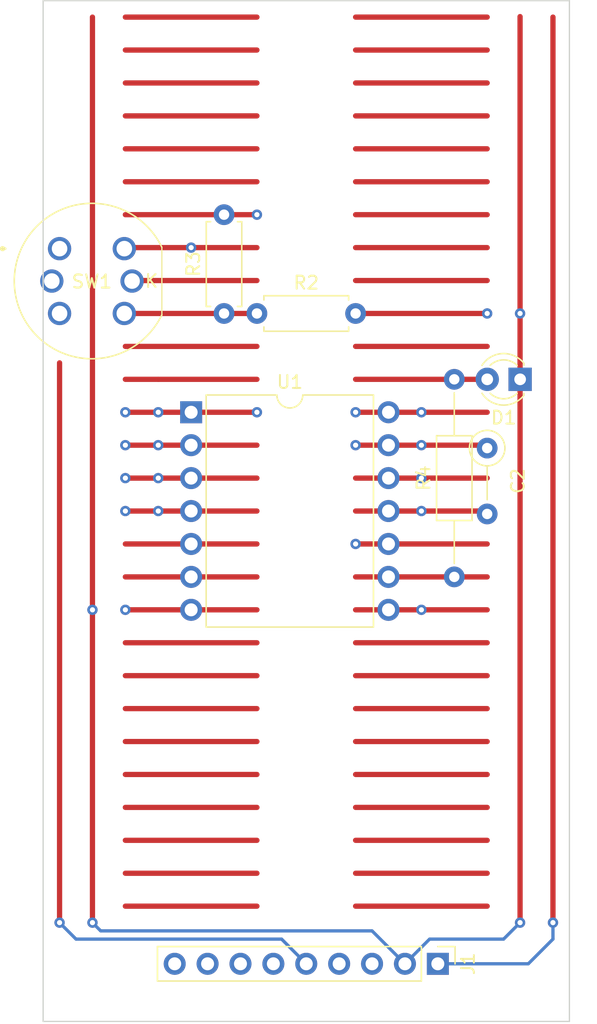
<source format=kicad_pcb>
(kicad_pcb (version 20221018) (generator pcbnew)
  (title_block (title "Flip-Flop Test") (date "2021-10-06") (rev "1.0") (company "Len Popp") (comment 1 "Copyright © 2023 Len Popp CC BY") (comment 2 "Layout design for my custom Eurorack breadboard prototyping module"))
  (layers (0 "F.Cu" signal) (1 "In1.Cu" jumper "Wire1.Cu") (2 "In2.Cu" jumper "Wire2.Cu") (3 "In3.Cu" jumper "Wire3.Cu") (4 "In4.Cu" jumper "Wire4.Cu") (31 "B.Cu" signal) (34 "B.Paste" user) (35 "F.Paste" user) (36 "B.SilkS" user "B.Silkscreen") (37 "F.SilkS" user "F.Silkscreen") (38 "B.Mask" user) (39 "F.Mask" user) (44 "Edge.Cuts" user))
  (net 0 "")
  (net 1 "+12V")
  (net 2 "GND")
  (net 3 "-12V")
  (net 4 "+5V")
  (net 5 "BUS-GATE")
  (net 6 "BUS-CV")
  (net 7 "Net-(U1B-C)")
  (net 8 "IN-OUT-1")
  (net 9 "IN-OUT-2")
  (net 10 "Net-(U1B-Q)")
  (net 11 "Net-(D1-A)")
  (net 13 "Net-(R2-Pad1)")
  (net 14 "Net-(U1B-D)")
  (net 18 "unconnected-(SW1-K-Pad6)")
  (net 19 "unconnected-(U1A-~{Q}-Pad6)")
  (net 20 "unconnected-(U1A-Q-Pad5)")
  (footprint "Connector_PinHeader_2.54mm:PinHeader_1x09_P2.54mm_Vertical" (layer "F.Cu") (at 113.03 98.425 -90)
    (fp_text reference "J1" (at 0 -2.33 90) (layer "F.SilkS"))
    (fp_text value "Conn_01x09")
    (fp_line (start -1.33 -1.33) (end 0 -1.33) (stroke (width 0.12)) (layer "F.SilkS"))
    (fp_line (start -1.33 0) (end -1.33 -1.33) (stroke (width 0.12)) (layer "F.SilkS"))
    (fp_line (start -1.33 1.27) (end -1.33 21.65) (stroke (width 0.12)) (layer "F.SilkS"))
    (fp_line (start -1.33 1.27) (end 1.33 1.27) (stroke (width 0.12)) (layer "F.SilkS"))
    (fp_line (start -1.33 21.65) (end 1.33 21.65) (stroke (width 0.12)) (layer "F.SilkS"))
    (fp_line (start 1.33 1.27) (end 1.33 21.65) (stroke (width 0.12)) (layer "F.SilkS"))
    (pad "1" thru_hole rect (at 0 0 270) (size 1.7 1.7) (drill 1) (layers "*.Cu" "*.Mask") (net 3 "-12V"))
    (pad "2" thru_hole oval (at 0 2.54 270) (size 1.7 1.7) (drill 1) (layers "*.Cu" "*.Mask") (net 2 "GND"))
    (pad "3" thru_hole oval (at 0 5.08 270) (size 1.7 1.7) (drill 1) (layers "*.Cu" "*.Mask") (net 9 "IN-OUT-2"))
    (pad "4" thru_hole oval (at 0 7.62 270) (size 1.7 1.7) (drill 1) (layers "*.Cu" "*.Mask") (net 8 "IN-OUT-1"))
    (pad "5" thru_hole oval (at 0 10.16 270) (size 1.7 1.7) (drill 1) (layers "*.Cu" "*.Mask") (net 1 "+12V"))
    (pad "6" thru_hole oval (at 0 12.7 270) (size 1.7 1.7) (drill 1) (layers "*.Cu" "*.Mask"))
    (pad "7" thru_hole oval (at 0 15.24 270) (size 1.7 1.7) (drill 1) (layers "*.Cu" "*.Mask") (net 4 "+5V"))
    (pad "8" thru_hole oval (at 0 17.78 270) (size 1.7 1.7) (drill 1) (layers "*.Cu" "*.Mask") (net 6 "BUS-CV"))
    (pad "9" thru_hole oval (at 0 20.32 270) (size 1.7 1.7) (drill 1) (layers "*.Cu" "*.Mask") (net 5 "BUS-GATE"))
  )
  (footprint "-lmp-misc:R_Axial_DIN0207_L6.3mm_D2.5mm_P7.62mm_Horizontal" (layer "F.Cu") (at 96.52 48.26 90)
    (fp_text reference "R3" (at 3.81 -2.37 90) (layer "F.SilkS"))
    (fp_text value "10K")
    (fp_line (start 0.54 -1.37) (end 7.08 -1.37) (stroke (width 0.12)) (layer "F.SilkS"))
    (fp_line (start 0.54 -1.04) (end 0.54 -1.37) (stroke (width 0.12)) (layer "F.SilkS"))
    (fp_line (start 0.54 1.04) (end 0.54 1.37) (stroke (width 0.12)) (layer "F.SilkS"))
    (fp_line (start 0.54 1.37) (end 7.08 1.37) (stroke (width 0.12)) (layer "F.SilkS"))
    (fp_line (start 7.08 -1.37) (end 7.08 -1.04) (stroke (width 0.12)) (layer "F.SilkS"))
    (fp_line (start 7.08 1.37) (end 7.08 1.04) (stroke (width 0.12)) (layer "F.SilkS"))
    (pad "1" thru_hole circle (at 0 0 90) (size 1.6 1.6) (drill 0.8) (layers "*.Cu" "*.Mask") (net 13 "Net-(R2-Pad1)"))
    (pad "2" thru_hole oval (at 7.62 0 90) (size 1.6 1.6) (drill 0.8) (layers "*.Cu" "*.Mask") (net 7 "Net-(U1B-C)"))
  )
  (footprint "-lmp-misc:R_Axial_DIN0207_L6.3mm_D2.5mm_P7.62mm_Horizontal" (layer "F.Cu") (at 99.06 48.26)
    (fp_text reference "R2" (at 3.81 -2.37) (layer "F.SilkS"))
    (fp_text value "10K")
    (fp_line (start 0.54 -1.37) (end 7.08 -1.37) (stroke (width 0.12)) (layer "F.SilkS"))
    (fp_line (start 0.54 -1.04) (end 0.54 -1.37) (stroke (width 0.12)) (layer "F.SilkS"))
    (fp_line (start 0.54 1.04) (end 0.54 1.37) (stroke (width 0.12)) (layer "F.SilkS"))
    (fp_line (start 0.54 1.37) (end 7.08 1.37) (stroke (width 0.12)) (layer "F.SilkS"))
    (fp_line (start 7.08 -1.37) (end 7.08 -1.04) (stroke (width 0.12)) (layer "F.SilkS"))
    (fp_line (start 7.08 1.37) (end 7.08 1.04) (stroke (width 0.12)) (layer "F.SilkS"))
    (pad "1" thru_hole circle (at 0 0) (size 1.6 1.6) (drill 0.8) (layers "*.Cu" "*.Mask") (net 13 "Net-(R2-Pad1)"))
    (pad "2" thru_hole oval (at 7.62 0) (size 1.6 1.6) (drill 0.8) (layers "*.Cu" "*.Mask") (net 2 "GND"))
  )
  (footprint "-lmp-synth:SW_Push_LED_C&K_D6R" (layer "F.Cu") (at 83.82 43.26)
    (fp_text reference "SW1" (at 2.491599 2.54) (layer "F.SilkS") (effects (font (size 1.016 1.016) (thickness 0.1524))))
    (fp_text value "SW_Push" hide)
    (fp_text user "K" (at 7.1 2.5 unlocked) (layer "F.SilkS"))
    (fp_line (start -4.3 0) (end -4.3 0) (stroke (width 0.2)) (layer "F.SilkS"))
    (fp_line (start -4.2 0) (end -4.2 0) (stroke (width 0.2)) (layer "F.SilkS"))
    (fp_line (start 7.9 -0.1) (end 7.9 5.15) (stroke (width 0.1)) (layer "F.SilkS"))
    (fp_arc (start -4.5 0) (mid -4.4 -0.1) (end -4.3 0) (stroke (width 0.2)) (layer "F.SilkS"))
    (fp_arc (start -4.3 0) (mid -4.4 0.1) (end -4.5 0) (stroke (width 0.2)) (layer "F.SilkS"))
    (fp_arc (start 7.899999 5.1) (mid -3.497893 2.5) (end 7.899999 -0.1) (stroke (width 0.12)) (layer "F.SilkS"))
    (pad "1" thru_hole circle (at 0 0) (size 1.8 1.8) (drill 1.2) (layers "*.Cu" "*.Mask"))
    (pad "2" thru_hole circle (at 5 0) (size 1.8 1.8) (drill 1.2) (layers "*.Cu" "*.Mask") (net 4 "+5V"))
    (pad "3" thru_hole circle (at 0 5) (size 1.8 1.8) (drill 1.2) (layers "*.Cu" "*.Mask"))
    (pad "4" thru_hole circle (at 5 5) (size 1.8 1.8) (drill 1.2) (layers "*.Cu" "*.Mask") (net 13 "Net-(R2-Pad1)"))
    (pad "5" thru_hole circle (at -0.6 2.5) (size 1.8 1.8) (drill 1.2) (layers "*.Cu" "*.Mask"))
    (pad "6" thru_hole circle (at 5.6 2.5) (size 1.8 1.8) (drill 1.2) (layers "*.Cu" "*.Mask") (net 18 "unconnected-(SW1-K-Pad6)"))
  )
  (footprint "-lmp-breakout:Breakout_DIP-14_W15.24mm" (layer "F.Cu") (at 93.98 55.88)
    (fp_text reference "U1" (at 7.62 -2.33) (layer "F.SilkS"))
    (fp_text value "SN74HCS74")
    (fp_line (start 1.16 -1.33) (end 1.16 16.57) (stroke (width 0.12)) (layer "F.SilkS"))
    (fp_line (start 1.16 16.57) (end 14.08 16.57) (stroke (width 0.12)) (layer "F.SilkS"))
    (fp_line (start 6.62 -1.33) (end 1.16 -1.33) (stroke (width 0.12)) (layer "F.SilkS"))
    (fp_line (start 14.08 -1.33) (end 8.62 -1.33) (stroke (width 0.12)) (layer "F.SilkS"))
    (fp_line (start 14.08 16.57) (end 14.08 -1.33) (stroke (width 0.12)) (layer "F.SilkS"))
    (fp_arc (start 8.62 -1.33) (mid 7.62 -0.33) (end 6.62 -1.33) (stroke (width 0.12)) (layer "F.SilkS"))
    (pad "1" thru_hole rect (at 0 0) (size 1.7 1.7) (drill 1) (layers "*.Cu" "*.Mask") (net 4 "+5V"))
    (pad "2" thru_hole circle (at 0 2.54) (size 1.7 1.7) (drill 1) (layers "*.Cu" "*.Mask") (net 4 "+5V"))
    (pad "3" thru_hole circle (at 0 5.08) (size 1.7 1.7) (drill 1) (layers "*.Cu" "*.Mask") (net 4 "+5V"))
    (pad "4" thru_hole circle (at 0 7.62) (size 1.7 1.7) (drill 1) (layers "*.Cu" "*.Mask") (net 4 "+5V"))
    (pad "5" thru_hole circle (at 0 10.16) (size 1.7 1.7) (drill 1) (layers "*.Cu" "*.Mask") (net 20 "unconnected-(U1A-Q-Pad5)"))
    (pad "6" thru_hole circle (at 0 12.7) (size 1.7 1.7) (drill 1) (layers "*.Cu" "*.Mask") (net 19 "unconnected-(U1A-~{Q}-Pad6)"))
    (pad "7" thru_hole circle (at 0 15.24) (size 1.7 1.7) (drill 1) (layers "*.Cu" "*.Mask") (net 2 "GND"))
    (pad "8" thru_hole circle (at 15.24 15.24) (size 1.7 1.7) (drill 1) (layers "*.Cu" "*.Mask") (net 14 "Net-(U1B-D)"))
    (pad "9" thru_hole circle (at 15.24 12.7) (size 1.7 1.7) (drill 1) (layers "*.Cu" "*.Mask") (net 10 "Net-(U1B-Q)"))
    (pad "10" thru_hole circle (at 15.24 10.16) (size 1.7 1.7) (drill 1) (layers "*.Cu" "*.Mask") (net 4 "+5V"))
    (pad "11" thru_hole circle (at 15.24 7.62) (size 1.7 1.7) (drill 1) (layers "*.Cu" "*.Mask") (net 7 "Net-(U1B-C)"))
    (pad "12" thru_hole circle (at 15.24 5.08) (size 1.7 1.7) (drill 1) (layers "*.Cu" "*.Mask") (net 14 "Net-(U1B-D)"))
    (pad "13" thru_hole circle (at 15.24 2.54) (size 1.7 1.7) (drill 1) (layers "*.Cu" "*.Mask") (net 4 "+5V"))
    (pad "14" thru_hole circle (at 15.24 0) (size 1.7 1.7) (drill 1) (layers "*.Cu" "*.Mask") (net 4 "+5V"))
  )
  (footprint "LED_THT:LED_D3.0mm_Clear" (layer "F.Cu") (at 119.385 53.34 180)
    (fp_text reference "D1" (at 1.27 -2.96) (layer "F.SilkS"))
    (fp_text value "LED")
    (fp_line (start -0.29 -1.236) (end -0.29 -1.08) (stroke (width 0.12)) (layer "F.SilkS"))
    (fp_line (start -0.29 1.08) (end -0.29 1.236) (stroke (width 0.12)) (layer "F.SilkS"))
    (fp_arc (start -0.29 -1.235516) (mid 1.366487 -1.987659) (end 2.942335 -1.078608) (stroke (width 0.12)) (layer "F.SilkS"))
    (fp_arc (start 0.229039 -1.08) (mid 1.270117 -1.5) (end 2.31113 -1.079837) (stroke (width 0.12)) (layer "F.SilkS"))
    (fp_arc (start 2.31113 1.079837) (mid 1.270117 1.5) (end 0.229039 1.08) (stroke (width 0.12)) (layer "F.SilkS"))
    (fp_arc (start 2.942335 1.078608) (mid 1.366487 1.987659) (end -0.29 1.235516) (stroke (width 0.12)) (layer "F.SilkS"))
    (pad "1" thru_hole rect (at 0 0 180) (size 1.8 1.8) (drill 0.9) (layers "*.Cu" "*.Mask") (net 2 "GND"))
    (pad "2" thru_hole circle (at 2.54 0 180) (size 1.8 1.8) (drill 0.9) (layers "*.Cu" "*.Mask") (net 11 "Net-(D1-A)"))
  )
  (footprint "-lmp-stripboard:SB_Gen_2" (layer "F.Cu") (at 116.84 58.645 -90)
    (fp_text reference "C2" (at 2.54 -2.37 90) (layer "F.SilkS"))
    (fp_text value "100N")
    (fp_line (start 1.37 0) (end 3.98 0) (stroke (width 0.12)) (layer "F.SilkS"))
    (fp_circle (center 0 0) (end 1.37 0) (stroke (width 0.12)) (fill none) (layer "F.SilkS"))
    (pad "1" thru_hole circle (at 0 0 270) (size 1.6 1.6) (drill 0.8) (layers "*.Cu" "*.Mask") (net 4 "+5V"))
    (pad "2" thru_hole oval (at 5.08 0 270) (size 1.6 1.6) (drill 0.8) (layers "*.Cu" "*.Mask") (net 7 "Net-(U1B-C)"))
  )
  (footprint "-lmp-stripboard:SB_Gen_6" (layer "F.Cu") (at 114.3 68.58 90)
    (fp_text reference "R4" (at 7.62 -2.37 90) (layer "F.SilkS"))
    (fp_text value "1K")
    (fp_line (start 1.04 0) (end 4.35 0) (stroke (width 0.12)) (layer "F.SilkS"))
    (fp_line (start 4.35 -1.37) (end 4.35 1.37) (stroke (width 0.12)) (layer "F.SilkS"))
    (fp_line (start 4.35 1.37) (end 10.89 1.37) (stroke (width 0.12)) (layer "F.SilkS"))
    (fp_line (start 10.89 -1.37) (end 4.35 -1.37) (stroke (width 0.12)) (layer "F.SilkS"))
    (fp_line (start 10.89 1.37) (end 10.89 -1.37) (stroke (width 0.12)) (layer "F.SilkS"))
    (fp_line (start 14.2 0) (end 10.89 0) (stroke (width 0.12)) (layer "F.SilkS"))
    (pad "1" thru_hole circle (at 0 0 90) (size 1.6 1.6) (drill 0.8) (layers "*.Cu" "*.Mask") (net 10 "Net-(U1B-Q)"))
    (pad "2" thru_hole oval (at 15.24 0 90) (size 1.6 1.6) (drill 0.8) (layers "*.Cu" "*.Mask") (net 11 "Net-(D1-A)"))
  )
  (gr_line (start 123.19 102.87) (end 82.55 102.87) (stroke (width 0.1)) (layer "Edge.Cuts"))
  (gr_line (start 123.19 24.13) (end 123.19 102.87) (stroke (width 0.1)) (layer "Edge.Cuts"))
  (gr_line (start 82.55 102.87) (end 82.55 24.13) (stroke (width 0.1)) (layer "Edge.Cuts"))
  (gr_line (start 82.55 24.13) (end 123.19 24.13) (stroke (width 0.1)) (layer "Edge.Cuts"))
  (segment (start 99.06 38.1) (end 88.9 38.1) (width 0.4064) (layer "F.Cu") (net 0))
  (segment (start 99.06 78.74) (end 88.9 78.74) (width 0.4064) (layer "F.Cu") (net 0))
  (segment (start 99.06 86.36) (end 88.9 86.36) (width 0.4064) (layer "F.Cu") (net 0))
  (segment (start 99.06 50.8) (end 88.9 50.8) (width 0.4064) (layer "F.Cu") (net 0))
  (segment (start 116.84 78.74) (end 106.68 78.74) (width 0.4064) (layer "F.Cu") (net 0))
  (segment (start 116.84 73.66) (end 106.68 73.66) (width 0.4064) (layer "F.Cu") (net 0))
  (segment (start 99.06 27.94) (end 88.9 27.94) (width 0.4064) (layer "F.Cu") (net 0))
  (segment (start 99.06 33.02) (end 88.9 33.02) (width 0.4064) (layer "F.Cu") (net 0))
  (segment (start 99.06 88.9) (end 88.9 88.9) (width 0.4064) (layer "F.Cu") (net 0))
  (segment (start 99.06 91.44) (end 88.9 91.44) (width 0.4064) (layer "F.Cu") (net 0))
  (segment (start 99.06 83.82) (end 88.9 83.82) (width 0.4064) (layer "F.Cu") (net 0))
  (segment (start 99.06 73.66) (end 88.9 73.66) (width 0.4064) (layer "F.Cu") (net 0))
  (segment (start 99.06 93.98) (end 88.9 93.98) (width 0.4064) (layer "F.Cu") (net 0))
  (segment (start 116.84 40.64) (end 106.68 40.64) (width 0.4064) (layer "F.Cu") (net 0))
  (segment (start 99.06 76.2) (end 88.9 76.2) (width 0.4064) (layer "F.Cu") (net 0))
  (segment (start 99.06 30.48) (end 88.9 30.48) (width 0.4064) (layer "F.Cu") (net 0))
  (segment (start 116.84 81.28) (end 106.68 81.28) (width 0.4064) (layer "F.Cu") (net 0))
  (segment (start 99.06 81.28) (end 88.9 81.28) (width 0.4064) (layer "F.Cu") (net 0))
  (segment (start 99.06 35.56) (end 88.9 35.56) (width 0.4064) (layer "F.Cu") (net 0))
  (segment (start 99.06 25.4) (end 88.9 25.4) (width 0.4064) (layer "F.Cu") (net 0))
  (segment (start 99.06 53.34) (end 91.44 53.34) (width 0.4064) (layer "F.Cu") (net 0))
  (segment (start 116.84 88.9) (end 106.68 88.9) (width 0.4064) (layer "F.Cu") (net 0))
  (segment (start 116.84 93.98) (end 106.68 93.98) (width 0.4064) (layer "F.Cu") (net 0))
  (segment (start 116.84 50.8) (end 106.68 50.8) (width 0.4064) (layer "F.Cu") (net 0))
  (segment (start 116.84 43.18) (end 106.68 43.18) (width 0.4064) (layer "F.Cu") (net 0))
  (segment (start 116.84 86.36) (end 106.68 86.36) (width 0.4064) (layer "F.Cu") (net 0))
  (segment (start 116.84 76.2) (end 106.68 76.2) (width 0.4064) (layer "F.Cu") (net 0))
  (segment (start 116.84 25.4) (end 106.68 25.4) (width 0.4064) (layer "F.Cu") (net 0))
  (segment (start 116.84 27.94) (end 106.68 27.94) (width 0.4064) (layer "F.Cu") (net 0))
  (segment (start 116.84 35.56) (end 106.68 35.56) (width 0.4064) (layer "F.Cu") (net 0))
  (segment (start 116.84 38.1) (end 106.68 38.1) (width 0.4064) (layer "F.Cu") (net 0))
  (segment (start 116.84 30.48) (end 106.68 30.48) (width 0.4064) (layer "F.Cu") (net 0))
  (segment (start 116.84 33.02) (end 106.68 33.02) (width 0.4064) (layer "F.Cu") (net 0))
  (segment (start 116.84 83.82) (end 106.68 83.82) (width 0.4064) (layer "F.Cu") (net 0))
  (segment (start 116.84 91.44) (end 106.68 91.44) (width 0.4064) (layer "F.Cu") (net 0))
  (segment (start 116.84 45.72) (end 106.68 45.72) (width 0.4064) (layer "F.Cu") (net 0))
  (segment (start 91.44 53.34) (end 88.9 53.34) (width 0.4064) (layer "F.Cu") (net 0))
  (segment (start 83.82 95.25) (end 83.82 95.25) (width 0.4064) (layer "F.Cu") (net 1))
  (segment (start 83.82 52.07) (end 83.82 95.25) (width 0.4064) (layer "F.Cu") (net 1))
  (via (at 83.82 95.25) (size 0.8) (drill 0.4) (layers "F.Cu" "B.Cu") (net 1))
  (segment (start 102.87 98.425) (end 100.965 96.52) (width 0.25) (layer "B.Cu") (net 1))
  (segment (start 85.09 96.52) (end 84.219999 95.649999) (width 0.25) (layer "B.Cu") (net 1))
  (segment (start 100.965 96.52) (end 85.09 96.52) (width 0.25) (layer "B.Cu") (net 1))
  (segment (start 84.219999 95.649999) (end 83.82 95.25) (width 0.25) (layer "B.Cu") (net 1))
  (segment (start 86.36 25.4) (end 86.36 71.12) (width 0.4064) (layer "F.Cu") (net 2))
  (segment (start 99.06 71.12) (end 88.9 71.12) (width 0.4064) (layer "F.Cu") (net 2))
  (segment (start 116.84 48.26) (end 106.68 48.26) (width 0.4064) (layer "F.Cu") (net 2))
  (segment (start 119.38 25.36) (end 119.38 48.26) (width 0.4064) (layer "F.Cu") (net 2))
  (segment (start 119.38 95.25) (end 119.38 95.25) (width 0.4064) (layer "F.Cu") (net 2))
  (segment (start 86.36 95.25) (end 86.36 95.25) (width 0.4064) (layer "F.Cu") (net 2))
  (segment (start 119.38 48.26) (end 119.38 95.25) (width 0.4064) (layer "F.Cu") (net 2))
  (segment (start 86.36 71.12) (end 86.36 95.25) (width 0.4064) (layer "F.Cu") (net 2))
  (via (at 86.36 71.12) (size 0.8) (drill 0.4) (layers "F.Cu" "B.Cu") (net 2))
  (via (at 119.38 95.25) (size 0.8) (drill 0.4) (layers "F.Cu" "B.Cu") (net 2))
  (via (at 119.38 48.26) (size 0.8) (drill 0.4) (layers "F.Cu" "B.Cu") (net 2))
  (via (at 88.9 71.12) (size 0.8) (drill 0.4) (layers "F.Cu" "B.Cu") (net 2))
  (via (at 86.36 95.25) (size 0.8) (drill 0.4) (layers "F.Cu" "B.Cu") (net 2))
  (via (at 116.84 48.26) (size 0.8) (drill 0.4) (layers "F.Cu" "B.Cu") (net 2))
  (segment (start 86.36 95.25) (end 86.995 95.885) (width 0.25) (layer "B.Cu") (net 2))
  (segment (start 107.95 95.885) (end 110.49 98.425) (width 0.25) (layer "B.Cu") (net 2))
  (segment (start 112.395 96.52) (end 110.49 98.425) (width 0.25) (layer "B.Cu") (net 2))
  (segment (start 119.38 95.25) (end 118.11 96.52) (width 0.25) (layer "B.Cu") (net 2))
  (segment (start 118.11 96.52) (end 112.395 96.52) (width 0.25) (layer "B.Cu") (net 2))
  (segment (start 86.995 95.885) (end 107.95 95.885) (width 0.25) (layer "B.Cu") (net 2))
  (segment (start 121.92 25.4) (end 121.92 95.25) (width 0.4064) (layer "F.Cu") (net 3))
  (segment (start 121.92 95.25) (end 121.92 95.25) (width 0.4064) (layer "F.Cu") (net 3))
  (via (at 121.92 95.25) (size 0.8) (drill 0.4) (layers "F.Cu" "B.Cu") (net 3))
  (segment (start 121.92 95.25) (end 121.92 96.52) (width 0.25) (layer "B.Cu") (net 3))
  (segment (start 120.015 98.425) (end 113.03 98.425) (width 0.25) (layer "B.Cu") (net 3))
  (segment (start 121.92 96.52) (end 120.015 98.425) (width 0.25) (layer "B.Cu") (net 3))
  (segment (start 99.06 58.42) (end 91.44 58.42) (width 0.4064) (layer "F.Cu") (net 4))
  (segment (start 99.06 60.96) (end 91.44 60.96) (width 0.4064) (layer "F.Cu") (net 4))
  (segment (start 99.06 55.88) (end 91.44 55.88) (width 0.4064) (layer "F.Cu") (net 4))
  (segment (start 99.06 43.18) (end 88.9 43.18) (width 0.4064) (layer "F.Cu") (net 4))
  (segment (start 99.06 63.5) (end 91.44 63.5) (width 0.4064) (layer "F.Cu") (net 4))
  (segment (start 116.84 66.04) (end 114.3 66.04) (width 0.4064) (layer "F.Cu") (net 4))
  (segment (start 91.44 60.96) (end 88.9 60.96) (width 0.4064) (layer "F.Cu") (net 4))
  (segment (start 111.76 55.88) (end 106.68 55.88) (width 0.4064) (layer "F.Cu") (net 4))
  (segment (start 91.44 55.88) (end 88.9 55.88) (width 0.4064) (layer "F.Cu") (net 4))
  (segment (start 114.3 66.04) (end 106.68 66.04) (width 0.4064) (layer "F.Cu") (net 4))
  (segment (start 116.84 58.42) (end 111.76 58.42) (width 0.4064) (layer "F.Cu") (net 4))
  (segment (start 91.44 63.5) (end 88.9 63.5) (width 0.4064) (layer "F.Cu") (net 4))
  (segment (start 111.76 58.42) (end 106.68 58.42) (width 0.4064) (layer "F.Cu") (net 4))
  (segment (start 91.44 58.42) (end 88.9 58.42) (width 0.4064) (layer "F.Cu") (net 4))
  (segment (start 116.84 55.88) (end 111.76 55.88) (width 0.4064) (layer "F.Cu") (net 4))
  (via (at 111.76 58.42) (size 0.8) (drill 0.4) (layers "F.Cu" "B.Cu") (net 4))
  (via (at 106.68 55.88) (size 0.8) (drill 0.4) (layers "F.Cu" "B.Cu") (net 4))
  (via (at 91.44 63.5) (size 0.8) (drill 0.4) (layers "F.Cu" "B.Cu") (net 4))
  (via (at 91.44 60.96) (size 0.8) (drill 0.4) (layers "F.Cu" "B.Cu") (net 4))
  (via (at 91.44 55.88) (size 0.8) (drill 0.4) (layers "F.Cu" "B.Cu") (net 4))
  (via (at 88.9 55.88) (size 0.8) (drill 0.4) (layers "F.Cu" "B.Cu") (net 4))
  (via (at 106.68 58.42) (size 0.8) (drill 0.4) (layers "F.Cu" "B.Cu") (net 4))
  (via (at 88.9 63.5) (size 0.8) (drill 0.4) (layers "F.Cu" "B.Cu") (net 4))
  (via (at 88.9 60.96) (size 0.8) (drill 0.4) (layers "F.Cu" "B.Cu") (net 4))
  (via (at 88.9 58.42) (size 0.8) (drill 0.4) (layers "F.Cu" "B.Cu") (net 4))
  (via (at 91.44 58.42) (size 0.8) (drill 0.4) (layers "F.Cu" "B.Cu") (net 4))
  (via (at 99.06 55.88) (size 0.8) (drill 0.4) (layers "F.Cu" "B.Cu") (net 4))
  (via (at 111.76 55.88) (size 0.8) (drill 0.4) (layers "F.Cu" "B.Cu") (net 4))
  (via (at 106.68 66.04) (size 0.8) (drill 0.4) (layers "F.Cu" "B.Cu") (net 4))
  (via (at 93.98 43.18) (size 0.8) (drill 0.4) (layers "F.Cu" "B.Cu") (net 4))
  (segment (start 99.06 40.64) (end 88.9 40.64) (width 0.4064) (layer "F.Cu") (net 7))
  (segment (start 116.84 63.5) (end 111.76 63.5) (width 0.4064) (layer "F.Cu") (net 7))
  (segment (start 111.76 63.5) (end 106.68 63.5) (width 0.4064) (layer "F.Cu") (net 7))
  (via (at 99.06 40.64) (size 0.8) (drill 0.4) (layers "F.Cu" "B.Cu") (net 7))
  (via (at 111.76 63.5) (size 0.8) (drill 0.4) (layers "F.Cu" "B.Cu") (net 7))
  (segment (start 116.84 68.58) (end 106.68 68.58) (width 0.4064) (layer "F.Cu") (net 10))
  (segment (start 116.84 53.34) (end 106.68 53.34) (width 0.4064) (layer "F.Cu") (net 11))
  (segment (start 99.06 48.26) (end 88.9 48.26) (width 0.4064) (layer "F.Cu") (net 13))
  (segment (start 116.84 71.12) (end 111.76 71.12) (width 0.4064) (layer "F.Cu") (net 14))
  (segment (start 116.84 60.96) (end 111.76 60.96) (width 0.4064) (layer "F.Cu") (net 14))
  (segment (start 111.76 71.12) (end 106.68 71.12) (width 0.4064) (layer "F.Cu") (net 14))
  (segment (start 111.76 60.96) (end 106.68 60.96) (width 0.4064) (layer "F.Cu") (net 14))
  (via (at 111.76 71.12) (size 0.8) (drill 0.4) (layers "F.Cu" "B.Cu") (net 14))
  (via (at 111.76 60.96) (size 0.8) (drill 0.4) (layers "F.Cu" "B.Cu") (net 14))
  (segment (start 99.06 45.72) (end 88.9 45.72) (width 0.4064) (layer "F.Cu") (net 18))
  (segment (start 99.06 68.58) (end 88.9 68.58) (width 0.4064) (layer "F.Cu") (net 19))
  (segment (start 99.06 66.04) (end 93.98 66.04) (width 0.4064) (layer "F.Cu") (net 20))
  (segment (start 93.98 66.04) (end 88.9 66.04) (width 0.4064) (layer "F.Cu") (net 20))
)
</source>
